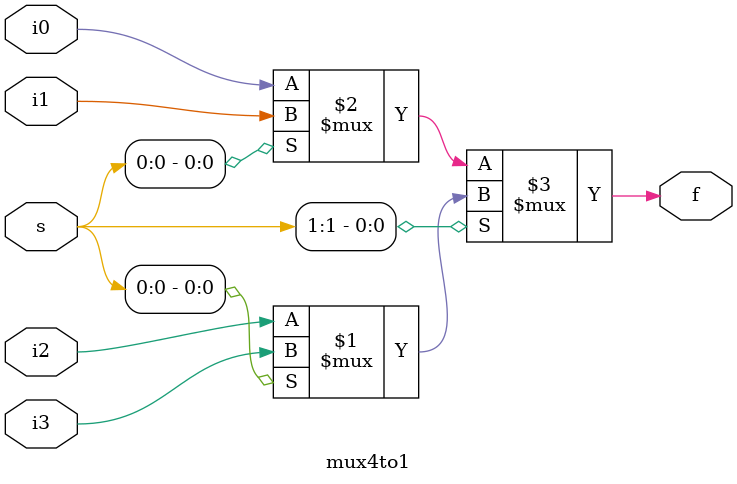
<source format=v>
module mux4to1(i0, i1, i2, i3, s, f);
	input i0, i1, i2, i3;
	input [1:0]s;
	output f;
	assign f = s[1] ? (s[0] ? i3 : i2) : (s[0] ? i1 : i0);
endmodule
</source>
